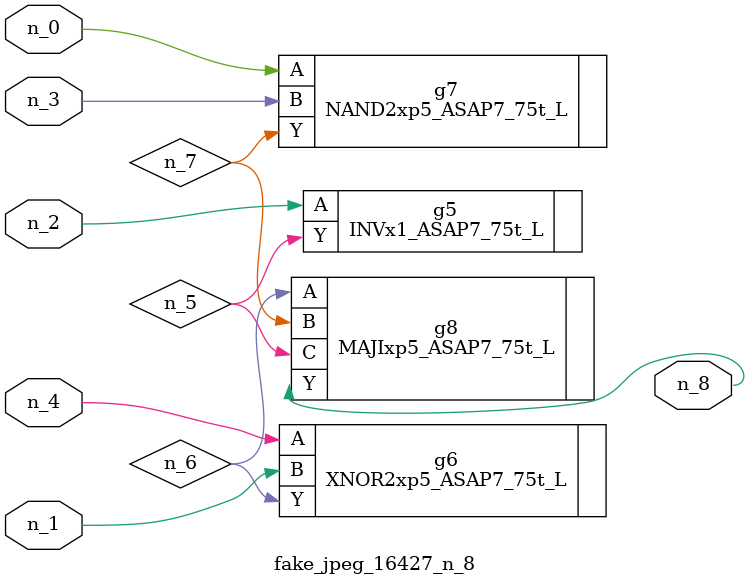
<source format=v>
module fake_jpeg_16427_n_8 (n_3, n_2, n_1, n_0, n_4, n_8);

input n_3;
input n_2;
input n_1;
input n_0;
input n_4;

output n_8;

wire n_6;
wire n_5;
wire n_7;

INVx1_ASAP7_75t_L g5 ( 
.A(n_2),
.Y(n_5)
);

XNOR2xp5_ASAP7_75t_L g6 ( 
.A(n_4),
.B(n_1),
.Y(n_6)
);

NAND2xp5_ASAP7_75t_L g7 ( 
.A(n_0),
.B(n_3),
.Y(n_7)
);

MAJIxp5_ASAP7_75t_L g8 ( 
.A(n_6),
.B(n_7),
.C(n_5),
.Y(n_8)
);


endmodule
</source>
